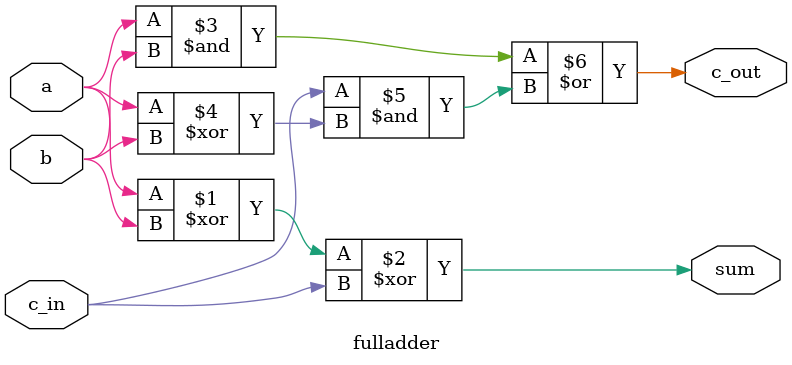
<source format=v>
module fulladder(input a, input b, input c_in, output sum, output c_out);
  wire c1, c2;
  assign sum = a ^ b ^ c_in;
  assign c_out = (a & b) | (c_in & (a ^ b));
endmodule


</source>
